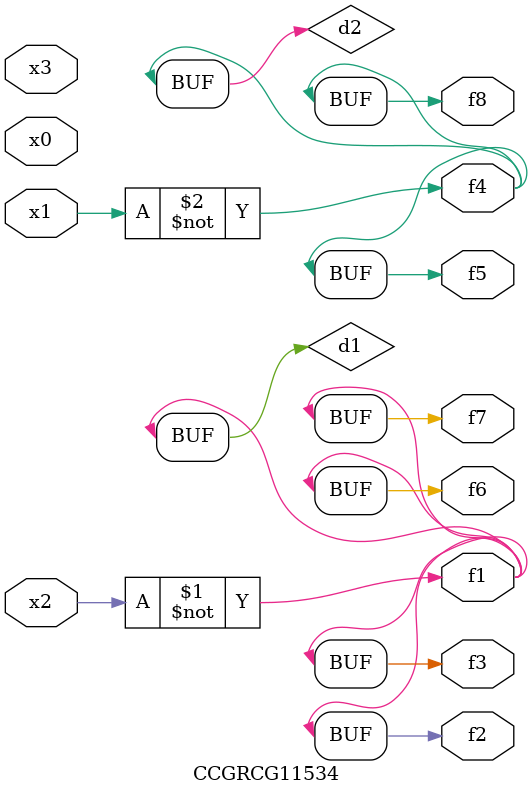
<source format=v>
module CCGRCG11534(
	input x0, x1, x2, x3,
	output f1, f2, f3, f4, f5, f6, f7, f8
);

	wire d1, d2;

	xnor (d1, x2);
	not (d2, x1);
	assign f1 = d1;
	assign f2 = d1;
	assign f3 = d1;
	assign f4 = d2;
	assign f5 = d2;
	assign f6 = d1;
	assign f7 = d1;
	assign f8 = d2;
endmodule

</source>
